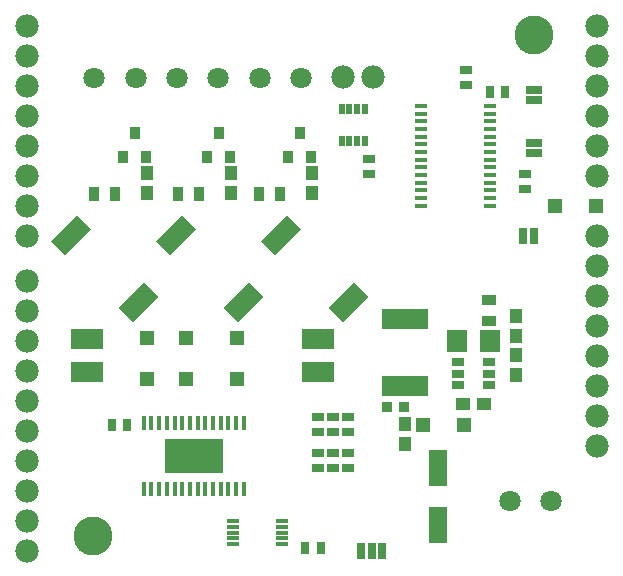
<source format=gts>
G75*
G70*
%OFA0B0*%
%FSLAX24Y24*%
%IPPOS*%
%LPD*%
%AMOC8*
5,1,8,0,0,1.08239X$1,22.5*
%
%ADD10C,0.1300*%
%ADD11R,0.0434X0.0473*%
%ADD12R,0.0473X0.0473*%
%ADD13R,0.0355X0.0512*%
%ADD14R,0.1221X0.0670*%
%ADD15R,0.0394X0.0316*%
%ADD16C,0.0780*%
%ADD17R,0.0316X0.0394*%
%ADD18R,0.1103X0.0670*%
%ADD19R,0.0591X0.1221*%
%ADD20R,0.0178X0.0453*%
%ADD21R,0.1969X0.1181*%
%ADD22R,0.0355X0.0394*%
%ADD23C,0.0709*%
%ADD24R,0.0434X0.0312*%
%ADD25R,0.0473X0.0434*%
%ADD26R,0.1536X0.0709*%
%ADD27R,0.0670X0.0749*%
%ADD28R,0.0355X0.0355*%
%ADD29R,0.0290X0.0540*%
%ADD30R,0.0512X0.0355*%
%ADD31R,0.0434X0.0138*%
%ADD32R,0.0205X0.0355*%
%ADD33R,0.0430X0.0160*%
%ADD34R,0.0540X0.0290*%
D10*
X009460Y005693D03*
X024160Y022393D03*
D11*
X016760Y017778D03*
X016760Y017109D03*
X014060Y017109D03*
X014060Y017778D03*
X011262Y017778D03*
X011262Y017109D03*
X019860Y009428D03*
X019860Y008759D03*
X023560Y011059D03*
X023560Y011728D03*
X023560Y012359D03*
X023560Y013028D03*
D12*
X021829Y009393D03*
X020490Y009393D03*
X014260Y010924D03*
X014260Y012263D03*
X012560Y012263D03*
X011260Y012263D03*
X011260Y010924D03*
X012560Y010924D03*
X024890Y016693D03*
X026229Y016693D03*
D13*
X015714Y017093D03*
X015005Y017093D03*
X013014Y017093D03*
X012305Y017093D03*
X010214Y017093D03*
X009505Y017093D03*
D14*
G36*
X009400Y015915D02*
X008538Y015053D01*
X008064Y015527D01*
X008926Y016389D01*
X009400Y015915D01*
G37*
G36*
X011655Y013660D02*
X010793Y012798D01*
X010319Y013272D01*
X011181Y014134D01*
X011655Y013660D01*
G37*
G36*
X012900Y015915D02*
X012038Y015053D01*
X011564Y015527D01*
X012426Y016389D01*
X012900Y015915D01*
G37*
G36*
X015155Y013660D02*
X014293Y012798D01*
X013819Y013272D01*
X014681Y014134D01*
X015155Y013660D01*
G37*
G36*
X016400Y015915D02*
X015538Y015053D01*
X015064Y015527D01*
X015926Y016389D01*
X016400Y015915D01*
G37*
G36*
X018655Y013660D02*
X017793Y012798D01*
X017319Y013272D01*
X018181Y014134D01*
X018655Y013660D01*
G37*
D15*
X017960Y009649D03*
X017960Y009137D03*
X017460Y009137D03*
X016960Y009137D03*
X016960Y009649D03*
X017460Y009649D03*
X017460Y008449D03*
X016960Y008449D03*
X016960Y007937D03*
X017460Y007937D03*
X017960Y007937D03*
X017960Y008449D03*
X023860Y017237D03*
X023860Y017749D03*
X021900Y020697D03*
X021900Y021209D03*
X018660Y018249D03*
X018660Y017737D03*
D16*
X007260Y005193D03*
X007260Y006193D03*
X007260Y007193D03*
X007260Y008193D03*
X007260Y009193D03*
X007260Y010193D03*
X007260Y011193D03*
X007260Y012193D03*
X007260Y013193D03*
X007260Y014193D03*
X007260Y015693D03*
X007260Y016693D03*
X007260Y017693D03*
X007260Y018693D03*
X007260Y019693D03*
X007260Y020693D03*
X007260Y021693D03*
X007260Y022693D03*
X017820Y020993D03*
X018820Y020993D03*
X026260Y020693D03*
X026260Y019693D03*
X026260Y018693D03*
X026260Y017693D03*
X026260Y015693D03*
X026260Y014693D03*
X026260Y013693D03*
X026260Y012693D03*
X026260Y011693D03*
X026260Y010693D03*
X026260Y009693D03*
X026260Y008693D03*
X026260Y021693D03*
X026260Y022693D03*
D17*
X023215Y020493D03*
X022704Y020493D03*
X010615Y009393D03*
X010104Y009393D03*
X016554Y005293D03*
X017065Y005293D03*
D18*
X016960Y011142D03*
X016960Y012244D03*
X009260Y012244D03*
X009260Y011142D03*
D19*
X020960Y007938D03*
X020960Y006048D03*
D20*
X014496Y007253D03*
X014240Y007253D03*
X013984Y007253D03*
X013728Y007253D03*
X013472Y007253D03*
X013216Y007253D03*
X012960Y007253D03*
X012704Y007253D03*
X012449Y007253D03*
X012193Y007253D03*
X011937Y007253D03*
X011681Y007253D03*
X011425Y007253D03*
X011169Y007253D03*
X011169Y009438D03*
X011425Y009438D03*
X011681Y009438D03*
X011937Y009438D03*
X012193Y009438D03*
X012449Y009438D03*
X012704Y009438D03*
X012960Y009438D03*
X013216Y009438D03*
X013472Y009438D03*
X013728Y009438D03*
X013984Y009438D03*
X014240Y009438D03*
X014496Y009438D03*
D21*
X012832Y008346D03*
D22*
X013285Y018300D03*
X014034Y018300D03*
X013660Y019126D03*
X015985Y018300D03*
X016734Y018300D03*
X016360Y019126D03*
X011234Y018300D03*
X010485Y018300D03*
X010860Y019126D03*
D23*
X010893Y020954D03*
X012271Y020954D03*
X013648Y020954D03*
X015026Y020954D03*
X016404Y020954D03*
X009515Y020954D03*
X023371Y006833D03*
X024748Y006833D03*
D24*
X022671Y010719D03*
X022671Y011093D03*
X022671Y011467D03*
X021648Y011467D03*
X021648Y011093D03*
X021648Y010719D03*
D25*
X021825Y010093D03*
X022494Y010093D03*
D26*
X019860Y010667D03*
X019860Y012911D03*
D27*
X021608Y012193D03*
X022711Y012193D03*
D28*
X019855Y009993D03*
X019264Y009993D03*
D29*
X019110Y005193D03*
X018760Y005193D03*
X018410Y005193D03*
X023822Y015693D03*
X024177Y015693D03*
D30*
X022660Y013548D03*
X022660Y012839D03*
D31*
X015791Y006187D03*
X015791Y005990D03*
X015791Y005793D03*
X015791Y005596D03*
X015791Y005400D03*
X014128Y005400D03*
X014128Y005596D03*
X014128Y005793D03*
X014128Y005990D03*
X014128Y006187D03*
D32*
X017766Y018841D03*
X018022Y018841D03*
X018278Y018841D03*
X018534Y018841D03*
X018534Y019904D03*
X018278Y019904D03*
X018022Y019904D03*
X017766Y019904D03*
D33*
X020411Y020017D03*
X020411Y019761D03*
X020411Y019505D03*
X020411Y019249D03*
X020411Y018993D03*
X020411Y018737D03*
X020411Y018481D03*
X020411Y018225D03*
X020411Y017969D03*
X020411Y017714D03*
X020411Y017458D03*
X020411Y017202D03*
X020411Y016946D03*
X020411Y016690D03*
X022708Y016690D03*
X022708Y016946D03*
X022708Y017202D03*
X022708Y017458D03*
X022708Y017714D03*
X022708Y017969D03*
X022708Y018225D03*
X022708Y018481D03*
X022708Y018737D03*
X022708Y018993D03*
X022708Y019249D03*
X022708Y019505D03*
X022708Y019761D03*
X022708Y020017D03*
D34*
X024160Y020206D03*
X024160Y020530D03*
X024160Y018780D03*
X024160Y018456D03*
M02*

</source>
